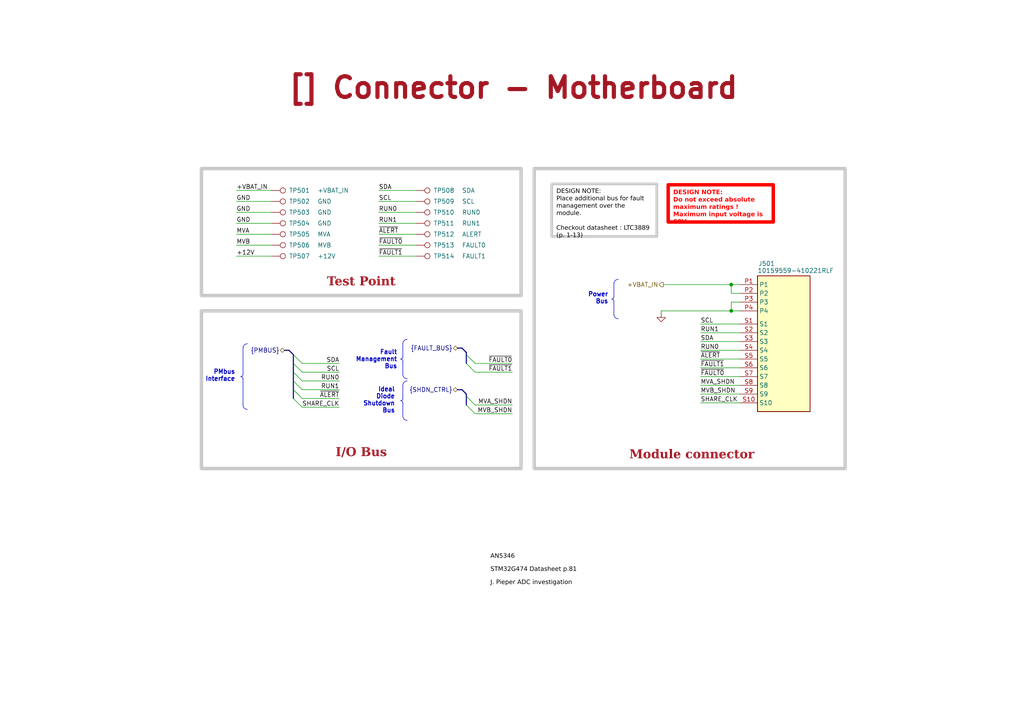
<source format=kicad_sch>
(kicad_sch (version 20231120) (generator "eeschema") (generator_version "8.0")
  (paper "A4")
  (title_block (title "Connector - Motherboard") (date "Last Modified Date") (rev "${REVISION}") (company "${COMPANY}"))
  (lib_symbols
    (symbol "10159558-410421RLF:10159558-410421RLF"
      (property "Reference" "J3" (at 12.7 6.985 0))
      (property "Value" "10159558-410421RLF" (at 12.7 4.445 0))
      (symbol "10159558-410421RLF_1_1"
        (rectangle (start 5.08 2.54) (end 20.32 -36.83) (stroke (width 0.254)) (fill (type background)))
        (pin no_connect line (at 25.4 0 180) (length 5.08) hide (name "MP1") (number "MP1"))
        (pin no_connect line (at 25.4 -2.54 180) (length 5.08) hide (name "MP2") (number "MP2"))
        (pin passive line (at 0 0 0) (length 5.08) (name "P1") (number "P1"))
        (pin passive line (at 0 -2.54 0) (length 5.08) (name "P2") (number "P2"))
        (pin passive line (at 0 -5.08 0) (length 5.08) (name "P3") (number "P3"))
        (pin passive line (at 0 -7.62 0) (length 5.08) (name "P4") (number "P4"))
        (pin passive line (at 0 -11.43 0) (length 5.08) (name "S1") (number "S1"))
        (pin passive line (at 0 -34.29 0) (length 5.08) (name "S10") (number "S10"))
        (pin passive line (at 0 -13.97 0) (length 5.08) (name "S2") (number "S2"))
        (pin passive line (at 0 -16.51 0) (length 5.08) (name "S3") (number "S3"))
        (pin passive line (at 0 -19.05 0) (length 5.08) (name "S4") (number "S4"))
        (pin passive line (at 0 -21.59 0) (length 5.08) (name "S5") (number "S5"))
        (pin passive line (at 0 -24.13 0) (length 5.08) (name "S6") (number "S6"))
        (pin passive line (at 0 -26.67 0) (length 5.08) (name "S7") (number "S7"))
        (pin passive line (at 0 -29.21 0) (length 5.08) (name "S8") (number "S8"))
        (pin passive line (at 0 -31.75 0) (length 5.08) (name "S9") (number "S9"))
      )
    )
    (symbol "Connector:TestPoint" (pin_numbers hide) (pin_names (offset 0.762) hide)
      (property "Reference" "TP" (at 0 6.858 0))
      (property "Value" "TestPoint" (at 0 5.08 0))
      (symbol "TestPoint_0_1"
        (circle (center 0 3.302) (radius 0.762))
      )
      (symbol "TestPoint_1_1"
        (pin passive line (at 0 0 90) (length 2.54) (name "1") (number "1"))
      )
    )
    (symbol "power:GND" (power) (pin_names (offset 0))
      (property "Value" "GND" (at 0 -3.81 0))
      (symbol "GND_0_1"
        (polyline (pts (xy 0 0) (xy 0 -1.27) (xy 1.27 -1.27) (xy 0 -2.54) (xy -1.27 -1.27) (xy 0 -1.27)))
      )
      (symbol "GND_1_1"
        (pin power_in line (at 0 0 270) (length 0) hide (name "GND") (number "1"))
      )
    )
  )
  (bus_alias "FAULT_BUS" (members "~{FAULT0}" "~{FAULT1}"))
  (junction (at 212.09 90.17))
  (junction (at 212.09 82.55))
  (bus_entry (at 135.255 117.47) (size 2.54 2.54))
  (bus_entry (at 135.255 114.93) (size 2.54 2.54))
  (bus_entry (at 85.09 107.95) (size 2.54 2.54))
  (bus_entry (at 85.09 113.03) (size 2.54 2.54))
  (bus_entry (at 135.255 102.865) (size 2.54 2.54))
  (bus_entry (at 85.09 110.49) (size 2.54 2.54))
  (bus_entry (at 85.09 105.41) (size 2.54 2.54))
  (bus_entry (at 85.09 115.57) (size 2.54 2.54))
  (bus_entry (at 135.255 105.405) (size 2.54 2.54))
  (bus_entry (at 85.09 102.87) (size 2.54 2.54))
  (wire (pts (xy 78.74 64.77) (xy 68.58 64.77)))
  (wire (pts (xy 120.65 55.245) (xy 109.855 55.245)))
  (wire (pts (xy 120.65 71.12) (xy 109.855 71.12)))
  (wire (pts (xy 191.77 90.17) (xy 191.77 90.805)))
  (wire (pts (xy 137.795 120.01) (xy 148.59 120.01)))
  (wire (pts (xy 78.74 61.595) (xy 68.58 61.595)))
  (wire (pts (xy 212.09 90.17) (xy 214.63 90.17)))
  (wire (pts (xy 203.2 106.68) (xy 214.63 106.68)))
  (wire (pts (xy 137.795 107.945) (xy 148.59 107.945)))
  (bus (pts (xy 82.55 101.6) (xy 83.82 101.6)))
  (wire (pts (xy 212.09 87.63) (xy 212.09 90.17)))
  (wire (pts (xy 214.63 85.09) (xy 212.09 85.09)))
  (wire (pts (xy 203.2 101.6) (xy 214.63 101.6)))
  (wire (pts (xy 78.74 55.245) (xy 68.58 55.245)))
  (wire (pts (xy 203.2 111.76) (xy 214.63 111.76)))
  (wire (pts (xy 78.74 58.42) (xy 68.58 58.42)))
  (wire (pts (xy 87.63 105.41) (xy 98.425 105.41)))
  (wire (pts (xy 214.63 87.63) (xy 212.09 87.63)))
  (wire (pts (xy 212.09 82.55) (xy 214.63 82.55)))
  (wire (pts (xy 191.77 90.17) (xy 212.09 90.17)))
  (wire (pts (xy 137.795 117.47) (xy 148.59 117.47)))
  (polyline (pts (xy 116.84 111.76) (xy 116.84 115.57)))
  (wire (pts (xy 120.65 64.77) (xy 109.855 64.77)))
  (bus (pts (xy 135.255 114.93) (xy 135.255 117.47)))
  (bus (pts (xy 85.09 102.87) (xy 85.09 105.41)))
  (wire (pts (xy 203.2 104.14) (xy 214.63 104.14)))
  (wire (pts (xy 203.2 114.3) (xy 214.63 114.3)))
  (polyline (pts (xy 70.485 100.965) (xy 70.485 108.585)))
  (wire (pts (xy 203.2 99.06) (xy 214.63 99.06)))
  (wire (pts (xy 203.2 96.52) (xy 214.63 96.52)))
  (wire (pts (xy 203.2 109.22) (xy 214.63 109.22)))
  (bus (pts (xy 85.09 105.41) (xy 85.09 107.95)))
  (bus (pts (xy 85.09 113.03) (xy 85.09 115.57)))
  (wire (pts (xy 212.09 85.09) (xy 212.09 82.55)))
  (bus (pts (xy 135.255 102.23) (xy 135.255 102.865)))
  (wire (pts (xy 203.2 93.98) (xy 214.63 93.98)))
  (bus (pts (xy 133.985 100.96) (xy 135.255 102.23)))
  (bus (pts (xy 83.82 101.6) (xy 85.09 102.87)))
  (bus (pts (xy 135.255 102.865) (xy 135.255 105.405)))
  (wire (pts (xy 120.65 67.945) (xy 109.855 67.945)))
  (bus (pts (xy 85.09 107.95) (xy 85.09 110.49)))
  (wire (pts (xy 203.2 116.84) (xy 214.63 116.84)))
  (wire (pts (xy 87.63 107.95) (xy 98.425 107.95)))
  (bus (pts (xy 133.985 113.025) (xy 135.255 114.295)))
  (wire (pts (xy 120.65 58.42) (xy 109.855 58.42)))
  (wire (pts (xy 137.795 105.405) (xy 148.59 105.405)))
  (wire (pts (xy 87.63 113.03) (xy 98.425 113.03)))
  (polyline (pts (xy 116.84 99.695) (xy 116.84 103.505)))
  (polyline (pts (xy 178.054 87.376) (xy 178.054 91.186)))
  (polyline (pts (xy 178.054 82.296) (xy 178.054 86.106)))
  (bus (pts (xy 132.715 113.025) (xy 133.985 113.025)))
  (bus (pts (xy 135.255 114.295) (xy 135.255 114.93)))
  (wire (pts (xy 87.63 110.49) (xy 98.425 110.49)))
  (wire (pts (xy 87.63 115.57) (xy 98.425 115.57)))
  (polyline (pts (xy 70.485 109.855) (xy 70.485 117.475)))
  (polyline (pts (xy 116.84 116.84) (xy 116.84 120.65)))
  (wire (pts (xy 120.65 61.595) (xy 109.855 61.595)))
  (wire (pts (xy 78.74 71.12) (xy 68.58 71.12)))
  (bus (pts (xy 132.715 100.96) (xy 133.985 100.96)))
  (wire (pts (xy 68.58 74.295) (xy 78.74 74.295)))
  (bus (pts (xy 85.09 110.49) (xy 85.09 113.03)))
  (wire (pts (xy 120.65 74.295) (xy 109.855 74.295)))
  (polyline (pts (xy 116.84 104.775) (xy 116.84 108.585)))
  (wire (pts (xy 78.74 67.945) (xy 68.58 67.945)))
  (wire (pts (xy 87.63 118.11) (xy 98.425 118.11)))
  (wire (pts (xy 192.405 82.55) (xy 212.09 82.55)))
  (arc (start 69.855 109.215) (mid 70.3055 109.3995) (end 70.49 109.85))
  (rectangle (start 154.94 48.895) (end 245.11 135.89) (stroke (width 1) (color 200 200 200 1)))
  (rectangle (start 58.42 48.895) (end 151.13 85.725) (stroke (width 1) (color 200 200 200 1)))
  (arc (start 118.11 109.855) (mid 117.2093 109.4872) (end 116.84 108.585))
  (arc (start 71.755 118.745) (mid 70.8602 118.3713) (end 70.485 117.475))
  (arc (start 116.845 115.565) (mid 116.6534 116.0084) (end 116.21 116.2))
  (arc (start 177.424 86.736) (mid 177.876 86.919) (end 178.059 87.371))
  (arc (start 70.49 108.58) (mid 70.2997 109.0247) (end 69.855 109.215))
  (arc (start 116.845 111.76) (mid 117.2137 110.8623) (end 118.11 110.49))
  (arc (start 116.21 116.2) (mid 116.662 116.383) (end 116.845 116.835))
  (arc (start 116.845 99.7) (mid 117.2123 98.8008) (end 118.11 98.43))
  (arc (start 178.059 86.101) (mid 177.8701 86.5471) (end 177.424 86.736))
  (arc (start 116.845 103.5) (mid 116.6547 103.9447) (end 116.21 104.135))
  (arc (start 179.324 92.456) (mid 178.4218 92.0897) (end 178.054 91.186))
  (arc (start 118.11 121.92) (mid 117.2108 121.5507) (end 116.84 120.65))
  (rectangle (start 58.42 90.17) (end 151.13 135.89) (stroke (width 1) (color 200 200 200 1)))
  (arc (start 116.21 104.135) (mid 116.6635 104.3165) (end 116.845 104.77))
  (arc (start 70.49 100.965) (mid 70.8573 100.0658) (end 71.755 99.695))
  (arc (start 178.059 82.296) (mid 178.4248 81.3953) (end 179.324 81.026))
  (text_box "Test Point\n" (at 58.42 78.105 0) (size 92.71 6.985) (stroke (width -0.0001)) (effects (font (size 2.54 2.54) (thickness 0.508) (bold yes)) (justify bottom)))
  (text_box "Fault Management Bus" (at 106.68 100.325 0) (size 9.525 5.715) (stroke (width -0.0001)) (effects (font (size 1.27 1.27) (thickness 0.254) (bold yes)) (justify right top)))
  (text_box "DESIGN NOTE:\nPlace additional bus for fault management over the module. \n\nCheckout datasheet : LTC3889   \n(p. 1-13) \n" (at 160.02 53.34 0) (size 30.48 15.24) (stroke (width 0.8) (color 200 200 200 1)) (effects (font (size 1.27 1.27)) (justify left top)))
  (text_box "Ideal Diode Shutdown Bus\n" (at 106.045 111.12 0) (size 9.525 5.715) (stroke (width -0.0001)) (effects (font (size 1.27 1.27) (thickness 0.254) (bold yes)) (justify right top)))
  (text_box "DESIGN NOTE:\nDo not exceed absolute maximum ratings ! Maximum input voltage is 60V." (at 193.802 53.594 0) (size 30.48 10.795) (stroke (width 1) (color 255 0 0 1)) (effects (font (size 1.27 1.27) (thickness 0.4) (bold yes)) (justify left top)))
  (text_box "Module connector \n" (at 155.575 128.27 0) (size 90.17 6.985) (stroke (width -0.0001)) (effects (font (size 2.54 2.54) (thickness 0.508) (bold yes)) (justify bottom)))
  (text_box "PMbus \nInterface" (at 59.69 106.045 0) (size 9.525 5.715) (stroke (width -0.0001)) (effects (font (size 1.27 1.27) (thickness 0.254) (bold yes)) (justify right top)))
  (text_box "[${#}] ${TITLE}" (at 12.065 19.05 0) (size 273.685 12.7) (stroke (width -0.0001)) (effects (font (size 6 6) (thickness 1.2) (bold yes))))
  (text_box "Power \nBus" (at 167.894 83.561 0) (size 9.525 5.715) (stroke (width -0.0001)) (effects (font (size 1.27 1.27) (thickness 0.254) (bold yes)) (justify right top)))
  (text_box "I/O Bus" (at 58.42 127.635 0) (size 92.71 6.985) (stroke (width -0.0001)) (effects (font (size 2.54 2.54) (thickness 0.508) (bold yes)) (justify bottom)))
  (text "J. Pieper ADC investigation" (at 142.24 170.18 0) (effects (font (size 1.27 1.27)) (justify left bottom)))
  (text "STM32G474 Datasheet p.81" (at 142.24 166.37 0) (effects (font (size 1.27 1.27)) (justify left bottom)))
  (text "AN5346" (at 142.24 162.56 0) (effects (font (size 1.27 1.27)) (justify left bottom)))
  (label "GND" (at 68.58 58.42 0))
  (label "~{ALERT}" (at 203.2 104.14 0))
  (label "MVB_SHDN" (at 203.2 114.3 0))
  (label "SCL" (at 109.855 58.42 0))
  (label "+VBAT_IN" (at 68.58 55.245 0))
  (label "GND" (at 68.58 64.77 0))
  (label "SHARE_CLK" (at 203.2 116.84 0))
  (label "RUN1" (at 98.425 113.03 180))
  (label "~{ALERT}" (at 98.425 115.57 180))
  (label "~{FAULT0}" (at 203.2 109.22 0))
  (label "MVA" (at 68.58 67.945 0))
  (label "RUN0" (at 98.425 110.49 180))
  (label "~{FAULT1}" (at 109.855 74.295 0))
  (label "GND" (at 68.58 61.595 0))
  (label "RUN1" (at 203.2 96.52 0))
  (label "MVB_SHDN" (at 148.59 120.01 180))
  (label "RUN0" (at 203.2 101.6 0))
  (label "SDA" (at 109.855 55.245 0))
  (label "SDA" (at 203.2 99.06 0))
  (label "MVA_SHDN" (at 148.59 117.47 180))
  (label "RUN0" (at 109.855 61.595 0))
  (label "~{FAULT1}" (at 203.2 106.68 0))
  (label "~{FAULT1}" (at 148.59 107.945 180))
  (label "SDA" (at 98.425 105.41 180))
  (label "~{ALERT}" (at 109.855 67.945 0))
  (label "MVB" (at 68.58 71.12 0))
  (label "~{FAULT0}" (at 148.59 105.405 180))
  (label "~{FAULT0}" (at 109.855 71.12 0))
  (label "MVA_SHDN" (at 203.2 111.76 0))
  (label "SCL" (at 203.2 93.98 0))
  (label "+12V" (at 68.58 74.295 0))
  (label "SHARE_CLK" (at 98.425 118.11 180))
  (label "RUN1" (at 109.855 64.77 0))
  (label "SCL" (at 98.425 107.95 180))
  (hierarchical_label "+VBAT_IN" (shape output) (at 192.405 82.55 180))
  (hierarchical_label "{SHDN_CTRL}" (shape bidirectional) (at 132.715 113.025 180))
  (hierarchical_label "{FAULT_BUS}" (shape bidirectional) (at 132.715 100.96 180))
  (hierarchical_label "{PMBUS}" (shape bidirectional) (at 82.55 101.6 180))
  (symbol (lib_id "Connector:TestPoint") (at 120.65 58.42 270) (unit 1) (in_bom no)
    (property "Reference" "TP509" (at 125.73 58.42 90) (effects (justify left)))
    (property "Value" "SCL" (at 133.985 58.42 90) (effects (justify left)))
    (property "Footprint" "0_testpoint:TestPoint_Pad_D0.5mm_Front" (effects (hide yes)))
  )
  (symbol (lib_id "Connector:TestPoint") (at 120.65 71.12 270) (unit 1) (in_bom no)
    (property "Reference" "TP513" (at 125.73 71.12 90) (effects (justify left)))
    (property "Value" "FAULT0" (at 133.985 71.12 90) (effects (justify left)))
    (property "Footprint" "0_testpoint:TestPoint_Pad_D0.5mm_Front" (effects (hide yes)))
  )
  (symbol (lib_id "power:GND") (at 191.77 90.805 0) (unit 1)
    (property "Reference" "#PWR0501" (effects (hide yes)))
    (property "Value" "GND" (effects (hide yes)))
  )
  (symbol (lib_id "Connector:TestPoint") (at 78.74 67.945 270) (unit 1) (in_bom no)
    (property "Reference" "TP505" (at 83.82 67.945 90) (effects (justify left)))
    (property "Value" "MVA" (at 92.075 67.945 90) (effects (justify left)))
    (property "Footprint" "0_testpoint:TestPoint_Pad_D0.5mm_Front" (effects (hide yes)))
  )
  (symbol (lib_id "Connector:TestPoint") (at 78.74 58.42 270) (unit 1) (in_bom no)
    (property "Reference" "TP502" (at 83.82 58.42 90) (effects (justify left)))
    (property "Value" "GND" (at 92.075 58.42 90) (effects (justify left)))
    (property "Footprint" "0_testpoint:TestPoint_Pad_D0.5mm_Front" (effects (hide yes)))
  )
  (symbol (lib_id "Connector:TestPoint") (at 120.65 64.77 270) (unit 1) (in_bom no)
    (property "Reference" "TP511" (at 125.73 64.77 90) (effects (justify left)))
    (property "Value" "RUN1" (at 133.985 64.77 90) (effects (justify left)))
    (property "Footprint" "0_testpoint:TestPoint_Pad_D0.5mm_Front" (effects (hide yes)))
  )
  (symbol (lib_id "Connector:TestPoint") (at 78.74 71.12 270) (unit 1) (in_bom no)
    (property "Reference" "TP506" (at 83.82 71.12 90) (effects (justify left)))
    (property "Value" "MVB" (at 92.075 71.12 90) (effects (justify left)))
    (property "Footprint" "0_testpoint:TestPoint_Pad_D0.5mm_Front" (effects (hide yes)))
  )
  (symbol (lib_id "Connector:TestPoint") (at 78.74 55.245 270) (unit 1) (in_bom no)
    (property "Reference" "TP501" (at 83.82 55.245 90) (effects (justify left)))
    (property "Value" "+VBAT_IN" (at 92.075 55.245 90) (effects (justify left)))
    (property "Footprint" "0_testpoint:TestPoint_Pad_D0.5mm_Front" (effects (hide yes)))
  )
  (symbol (lib_id "Connector:TestPoint") (at 120.65 61.595 270) (unit 1) (in_bom no)
    (property "Reference" "TP510" (at 125.73 61.595 90) (effects (justify left)))
    (property "Value" "RUN0" (at 133.985 61.595 90) (effects (justify left)))
    (property "Footprint" "0_testpoint:TestPoint_Pad_D0.5mm_Front" (effects (hide yes)))
  )
  (symbol (lib_id "Connector:TestPoint") (at 78.74 74.295 270) (unit 1) (in_bom no)
    (property "Reference" "TP507" (at 83.82 74.295 90) (effects (justify left)))
    (property "Value" "+12V" (at 92.075 74.295 90) (effects (justify left)))
    (property "Footprint" "0_testpoint:TestPoint_Pad_D0.5mm_Front" (effects (hide yes)))
  )
  (symbol (lib_id "Connector:TestPoint") (at 120.65 55.245 270) (unit 1) (in_bom no)
    (property "Reference" "TP508" (at 125.73 55.245 90) (effects (justify left)))
    (property "Value" "SDA" (at 133.985 55.245 90) (effects (justify left)))
    (property "Footprint" "0_testpoint:TestPoint_Pad_D0.5mm_Front" (effects (hide yes)))
  )
  (symbol (lib_id "Connector:TestPoint") (at 120.65 74.295 270) (unit 1) (in_bom no)
    (property "Reference" "TP514" (at 125.73 74.295 90) (effects (justify left)))
    (property "Value" "FAULT1" (at 133.985 74.295 90) (effects (justify left)))
    (property "Footprint" "0_testpoint:TestPoint_Pad_D0.5mm_Front" (effects (hide yes)))
  )
  (symbol (lib_id "Connector:TestPoint") (at 78.74 61.595 270) (unit 1) (in_bom no)
    (property "Reference" "TP503" (at 83.82 61.595 90) (effects (justify left)))
    (property "Value" "GND" (at 92.075 61.595 90) (effects (justify left)))
    (property "Footprint" "0_testpoint:TestPoint_Pad_D0.5mm_Front" (effects (hide yes)))
  )
  (symbol (lib_id "10159558-410421RLF:10159558-410421RLF") (at 214.63 82.55 0) (unit 1)
    (property "Reference" "J501" (at 219.964 76.454 0) (effects (justify left)))
    (property "Value" "10159559-410221RLF" (at 219.71 78.486 0) (effects (justify left)))
    (property "Footprint" "0_connectors:10159559410221RLF" (effects (hide yes)))
    (property "Manufacturer_Name" "Amphenol Communications Solutions" (effects (hide yes)))
    (property "Manufacturer_Part_Number" "10159559-410221RLF" (effects (hide yes)))
  )
  (symbol (lib_id "Connector:TestPoint") (at 78.74 64.77 270) (unit 1) (in_bom no)
    (property "Reference" "TP504" (at 83.82 64.77 90) (effects (justify left)))
    (property "Value" "GND" (at 92.075 64.77 90) (effects (justify left)))
    (property "Footprint" "0_testpoint:TestPoint_Pad_D0.5mm_Front" (effects (hide yes)))
  )
  (symbol (lib_id "Connector:TestPoint") (at 120.65 67.945 270) (unit 1) (in_bom no)
    (property "Reference" "TP512" (at 125.73 67.945 90) (effects (justify left)))
    (property "Value" "ALERT" (at 133.985 67.945 90) (effects (justify left)))
    (property "Footprint" "0_testpoint:TestPoint_Pad_D0.5mm_Front" (effects (hide yes)))
  )
)
</source>
